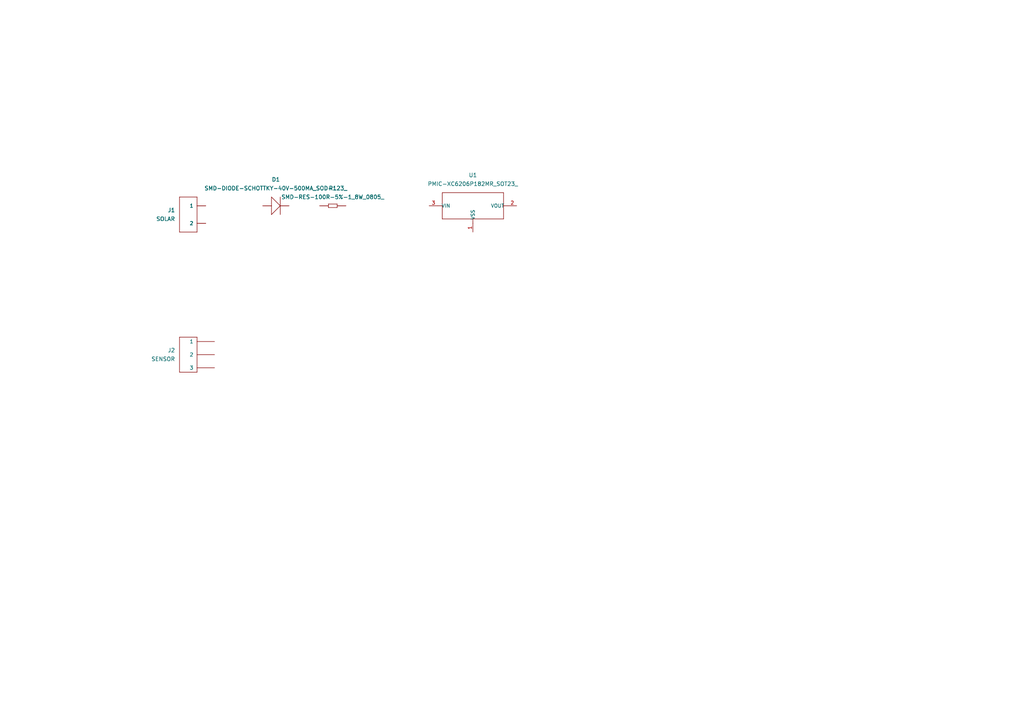
<source format=kicad_sch>
(kicad_sch (version 20231120) (generator "eeschema") (generator_version "8.0")
  (paper "A4")
  (lib_symbols
    (symbol "OPL_Connector:SCREW-TERMINAL-GREEN_2P-5.0_" (pin_numbers hide) (pin_names (offset 1.016))
      (property "Reference" "J" (at -6.35 6.35 0))
      (property "Value" "SCREW-TERMINAL-GREEN_2P-5.0_" (at 0 6.35 0))
      (symbol "SCREW-TERMINAL-GREEN_2P-5.0__1_0"
        (polyline (pts (xy -2.54 -5.08) (xy 2.54 -5.08)))
        (polyline (pts (xy -2.54 5.08) (xy -2.54 -5.08)))
        (polyline (pts (xy 2.54 -5.08) (xy 2.54 5.08)))
        (polyline (pts (xy 2.54 5.08) (xy -2.54 5.08)))
      )
      (symbol "SCREW-TERMINAL-GREEN_2P-5.0__1_1"
        (pin bidirectional line (at -5.08 2.54 0) (length 2.54) (name "1") (number "1"))
        (pin bidirectional line (at -5.08 -2.54 0) (length 2.54) (name "2") (number "2"))
      )
    )
    (symbol "OPL_Connector:SCREW-TERMINAL-GREEN_3P-5.0_" (pin_numbers hide) (pin_names (offset 1.016))
      (property "Reference" "J2" (at 3.81 1.27 0))
      (property "Value" "SCREW-TERMINAL-GREEN_3P-5.0_" (at 3.81 -1.27 0))
      (symbol "SCREW-TERMINAL-GREEN_3P-5.0__1_0"
        (polyline (pts (xy -2.54 -5.08) (xy -2.54 5.08)))
        (polyline (pts (xy -2.54 5.08) (xy 2.54 5.08)))
        (polyline (pts (xy 2.54 -5.08) (xy -2.54 -5.08)))
        (polyline (pts (xy 2.54 5.08) (xy 2.54 -5.08)))
      )
      (symbol "SCREW-TERMINAL-GREEN_3P-5.0__1_1"
        (pin bidirectional line (at -7.62 3.81 0) (length 5.08) (name "1") (number "1"))
        (pin bidirectional line (at -7.62 0 0) (length 5.08) (name "2") (number "2"))
        (pin bidirectional line (at -7.62 -3.81 0) (length 5.08) (name "3") (number "3"))
      )
    )
    (symbol "OPL_Discrete_Semiconductor:SMD-DIODE-SCHOTTKY-40V-500MA_SOD-123_" (pin_numbers hide) (pin_names (offset 1.016) hide)
      (property "Reference" "D" (at -3.81 2.54 0))
      (property "Value" "SMD-DIODE-SCHOTTKY-40V-500MA_SOD-123_" (at -3.81 -3.81 0))
      (symbol "SMD-DIODE-SCHOTTKY-40V-500MA_SOD-123__1_0"
        (polyline (pts (xy -1.27 -2.54) (xy -1.27 2.54)))
        (polyline (pts (xy -1.27 -2.54) (xy 1.27 0)))
        (polyline (pts (xy -1.27 2.54) (xy 1.27 0)))
        (polyline (pts (xy 1.27 2.54) (xy 1.27 -2.54)))
      )
      (symbol "SMD-DIODE-SCHOTTKY-40V-500MA_SOD-123__1_1"
        (pin passive line (at -3.81 0 0) (length 2.54) (name "+") (number "1"))
        (pin passive line (at 3.81 0 180) (length 2.54) (name "-") (number "2"))
      )
    )
    (symbol "OPL_Integrated_Circuit:PMIC-XC6206P182MR_SOT23_" (pin_names (offset 1.016))
      (property "Reference" "U" (at -8.89 5.08 0))
      (property "Value" "PMIC-XC6206P182MR_SOT23_" (at -1.27 5.08 0))
      (symbol "PMIC-XC6206P182MR_SOT23__1_0"
        (polyline (pts (xy -10.16 0) (xy -8.89 0)))
        (polyline (pts (xy -8.89 -3.81) (xy -8.89 0)))
        (polyline (pts (xy -8.89 0) (xy -8.89 3.81)))
        (polyline (pts (xy -8.89 3.81) (xy 8.89 3.81)))
        (polyline (pts (xy 0 -5.08) (xy 0 -3.81)))
        (polyline (pts (xy 0 -3.81) (xy -8.89 -3.81)))
        (polyline (pts (xy 8.89 -3.81) (xy 0 -3.81)))
        (polyline (pts (xy 8.89 0) (xy 8.89 -3.81)))
        (polyline (pts (xy 8.89 3.81) (xy 8.89 0)))
        (polyline (pts (xy 10.16 0) (xy 8.89 0)))
      )
      (symbol "PMIC-XC6206P182MR_SOT23__1_1"
        (pin power_out line (at 0 -7.62 90) (length 2.54) (name "VSS") (number "1"))
        (pin output line (at 12.7 0 180) (length 2.54) (name "VOUT") (number "2"))
        (pin input line (at -12.7 0 0) (length 2.54) (name "VIN") (number "3"))
      )
    )
    (symbol "OPL_Resistor:SMD-RES-100R-5%-1_8W_0805_" (pin_numbers hide) (pin_names (offset 1.016) hide)
      (property "Reference" "R" (at -3.81 1.27 0))
      (property "Value" "SMD-RES-100R-5%-1_8W_0805_" (at -3.81 -2.54 0))
      (symbol "SMD-RES-100R-5%-1_8W_0805__1_0"
        (polyline (pts (xy -1.27 -0.508) (xy -1.27 0.508)))
        (polyline (pts (xy -1.27 0.508) (xy 1.27 0.508)))
        (polyline (pts (xy 1.27 -0.508) (xy -1.27 -0.508)))
        (polyline (pts (xy 1.27 0.508) (xy 1.27 -0.508)))
      )
      (symbol "SMD-RES-100R-5%-1_8W_0805__1_1"
        (pin passive line (at -3.81 0 0) (length 2.54) (name "1") (number "1"))
        (pin passive line (at 3.81 0 180) (length 2.54) (name "2") (number "2"))
      )
    )
  )
  (symbol (lib_id "OPL_Connector:SCREW-TERMINAL-GREEN_2P-5.0_") (at 54.61 62.23 0) (mirror y) (unit 1)
    (property "Reference" "J1" (at 50.8 60.96 0) (effects (font (size 1.143 1.143)) (justify left)))
    (property "Value" "SOLAR" (at 50.8 63.5 0) (effects (font (size 1.143 1.143)) (justify left)))
    (property "Footprint" "OPL_Connector:H2-5.0-10.5X8.0MM" (effects (hide yes)))
    (property "SKU" "320110031" (effects (hide yes)))
  )
  (symbol (lib_id "OPL_Resistor:SMD-RES-100R-5%-1_8W_0805_") (at 96.52 59.69 0) (unit 1)
    (property "Reference" "R1" (at 96.52 54.61 0) (effects (font (size 1.143 1.143))))
    (property "Value" "SMD-RES-100R-5%-1_8W_0805_" (at 96.52 57.15 0) (effects (font (size 1.143 1.143))))
    (property "MPN" "RC0805JR-07100RL" (effects (hide yes)))
    (property "SKU" "301010319" (effects (hide yes)))
  )
  (symbol (lib_id "OPL_Discrete_Semiconductor:SMD-DIODE-SCHOTTKY-40V-500MA_SOD-123_") (at 80.01 59.69 0) (unit 1)
    (property "Reference" "D1" (at 80.01 52.07 0) (effects (font (size 1.143 1.143))))
    (property "Value" "SMD-DIODE-SCHOTTKY-40V-500MA_SOD-123_" (at 80.01 54.61 0) (effects (font (size 1.143 1.143))))
    (property "Footprint" "OPL_Discrete_Semiconductor:SOD-123" (effects (hide yes)))
    (property "MPN" "B0540W" (effects (hide yes)))
    (property "SKU" "304020012" (effects (hide yes)))
  )
  (symbol (lib_id "OPL_Connector:SCREW-TERMINAL-GREEN_3P-5.0_") (at 54.61 102.87 0) (mirror y) (unit 1)
    (property "Reference" "J2" (at 50.8 101.6 0) (effects (font (size 1.143 1.143)) (justify left)))
    (property "Value" "SENSOR" (at 50.8 104.14 0) (effects (font (size 1.143 1.143)) (justify left)))
    (property "Footprint" "OPL_Connector:H3-5.0-15.5X8.0MM" (effects (hide yes)))
    (property "SKU" "320110029" (effects (hide yes)))
  )
  (symbol (lib_id "OPL_Integrated_Circuit:PMIC-XC6206P182MR_SOT23_") (at 137.16 59.69 0) (unit 1)
    (property "Reference" "U1" (at 137.16 50.8 0) (effects (font (size 1.143 1.143))))
    (property "Value" "PMIC-XC6206P182MR_SOT23_" (at 137.16 53.34 0) (effects (font (size 1.143 1.143))))
    (property "Footprint" "OPL_Discrete_Semiconductor:SOT-23" (effects (hide yes)))
    (property "MPN" "XC6206P182MR" (effects (hide yes)))
    (property "SKU" "310030016" (effects (hide yes)))
  )
)
</source>
